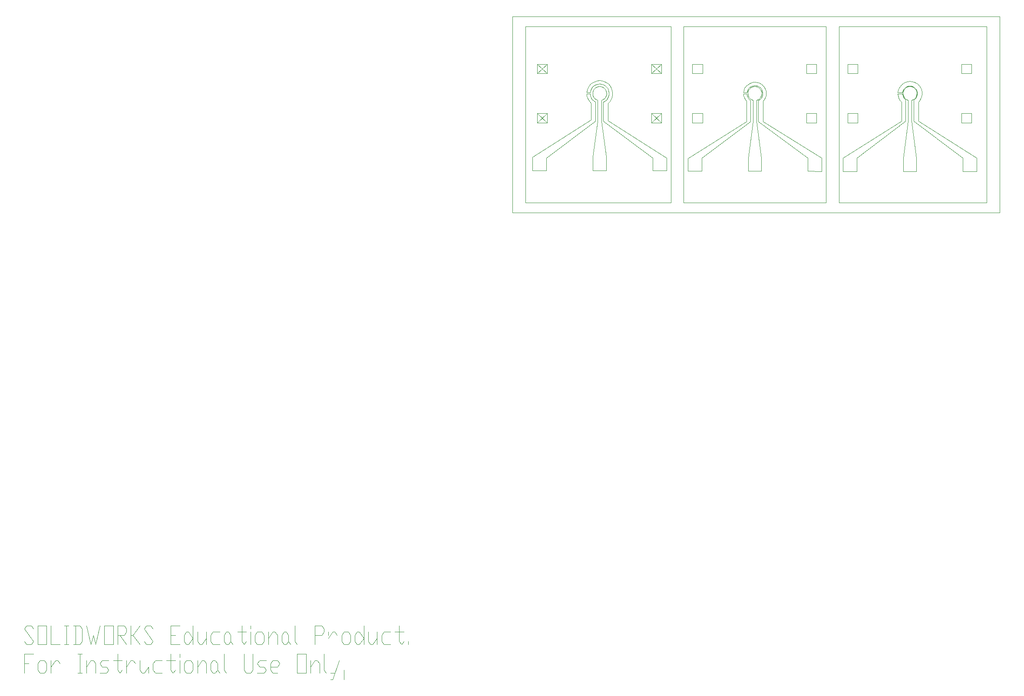
<source format=gbr>
G04 Created by reaConverter (www.reaconverter.com)*
%FSLAX24Y24*%
%MOIN*%
G75*
%ADD10C,0.0010*%
%ADD11C,0.0004*%
%LNEXPORT*%
D02*
%LPC*%
D10*
%LPD*%
D11*
X43302Y45188D02*
X43565D01*
X44150Y42937D02*
X43774Y40262D01*
X44150Y39177D02*
X44429D01*
X44150Y42937D02*
Y44597D01*
X43300Y45095D02*
X43561D01*
X44429Y42937D02*
Y44597D01*
X43965Y44440D02*
Y44176D01*
X44572Y44440D02*
Y44162D01*
X43774Y40262D02*
Y39177D01*
X44790D01*
Y40262D01*
X44429Y42937D01*
X61680Y36726D02*
Y50236D01*
X43965Y44459D02*
Y44440D01*
X43647Y44358D02*
Y43075D01*
X39151Y40219D01*
Y39177D01*
X40209D01*
Y40162D01*
X43965Y42973D01*
Y44176D01*
X44572Y44162D02*
Y42973D01*
X48369Y40162D01*
Y39177D01*
X49429D01*
Y40162D01*
X44931Y43015D01*
Y44358D01*
X56198Y39136D02*
X56708D01*
X55329Y45188D02*
X55593D01*
X56059Y39136D02*
X56338D01*
X56059Y42937D02*
Y44250D01*
X56198Y39136D02*
X55690D01*
X56338Y42937D02*
Y44250D01*
X55690Y39136D02*
Y40162D01*
X56708Y39136D02*
Y40162D01*
X55326Y45095D02*
X55587D01*
X51415Y47355D02*
X52193D01*
X60270Y39136D02*
Y40162D01*
Y39136D02*
X61327Y39120D01*
Y40162D01*
X56708D02*
X56338Y42937D01*
X55690Y40162D02*
X56059Y42937D01*
X52127Y39136D02*
Y40162D01*
X56477Y42937D02*
X60270Y40162D01*
X52127Y39136D02*
X51068D01*
X61327Y40162D02*
X56836Y42937D01*
Y44515D01*
X56477Y42937D02*
Y44284D01*
X51068Y39136D02*
Y40118D01*
X56059Y44250D02*
Y44597D01*
X55876Y42937D02*
X52127Y40162D01*
X55876Y42937D02*
Y44301D01*
X51068Y40118D02*
X55558Y42937D01*
Y44519D01*
X56338Y44250D02*
Y44597D01*
X55876Y44301D02*
Y44593D01*
X56477Y44284D02*
Y44568D01*
X67179Y45188D02*
X67541D01*
X67968Y39120D02*
X68248D01*
X67968Y42973D02*
Y44597D01*
X68394Y44225D02*
Y44615D01*
X68248Y42973D02*
Y44597D01*
X67784Y42973D02*
Y44640D01*
X72187Y39120D02*
X73244D01*
X67176Y45095D02*
X67536D01*
X67466Y42973D02*
Y44436D01*
X39505Y46665D02*
X40283D01*
X68754Y42973D02*
Y44440D01*
X68394Y42973D02*
Y44225D01*
X68108Y39120D02*
X68615D01*
X68108D02*
X67601D01*
Y40162D01*
X68615Y39120D02*
Y40162D01*
X68248Y42973D01*
X67601Y40162D02*
X67968Y42973D01*
X64033Y39120D02*
X62972D01*
Y40162D01*
X64033Y39120D02*
Y40162D01*
X67784Y42973D01*
X62972Y40162D02*
X67466Y42973D01*
X73244Y39120D02*
Y40162D01*
X39505Y46665D02*
Y47355D01*
X72187Y40162D02*
Y39120D01*
Y40162D02*
X68394Y42973D01*
X68754D02*
X73244Y40162D01*
X39505Y47355D02*
X40283D01*
Y46665D02*
Y47355D01*
X39505Y46665D02*
X40283Y47355D01*
X39505D02*
X40283Y46665D01*
X39505Y42863D02*
X40283D01*
X39505D02*
Y43584D01*
X40283D01*
Y42863D02*
Y43584D01*
X39505Y42863D02*
X40283Y43584D01*
X39505D02*
X40283Y42863D01*
X48265Y46665D02*
X49029D01*
X48265D02*
Y47355D01*
X49029D01*
Y46665D02*
Y47355D01*
X48265Y46665D02*
X49029Y47355D01*
X48265D02*
X49029Y46665D01*
X48265Y43584D02*
X49029D01*
X48265D02*
Y42863D01*
X49029D01*
Y43584D02*
Y42863D01*
X48265Y43584D02*
X49029Y42863D01*
X48265D02*
X49029Y43584D01*
X52193Y46665D02*
Y47355D01*
X51415Y46665D02*
X52193D01*
X51415D02*
Y47355D01*
Y43584D02*
X52193D01*
X51415Y42863D02*
Y43584D01*
X52193Y42863D02*
Y43584D01*
X51415Y42863D02*
X52193D01*
X60175Y47355D02*
X60937D01*
X60175Y46665D02*
Y47355D01*
X60937Y46665D02*
Y47355D01*
X60175Y46665D02*
X60937D01*
X60175Y43584D02*
X60937D01*
X60175D02*
Y42863D01*
X60937Y43584D02*
Y42863D01*
X60175D02*
X60937D01*
X63325Y47355D02*
X64101D01*
Y46665D02*
Y47355D01*
X63325Y46665D02*
X64101D01*
X63325D02*
Y47355D01*
Y43584D02*
X64101D01*
X63325Y42863D02*
Y43584D01*
X64101Y42863D02*
Y43584D01*
X63325Y42863D02*
X64101D01*
X72084Y47355D02*
X72847D01*
X72084Y46665D02*
Y47355D01*
X72847Y46665D02*
Y47355D01*
X72084Y46665D02*
X72847D01*
X72084Y43584D02*
X72847D01*
X72084D02*
Y42863D01*
X72847Y43584D02*
Y42863D01*
X72084D02*
X72847D01*
X62658Y36726D02*
X74018D01*
X38597D02*
X49772D01*
X38597D02*
Y50236D01*
X49772D01*
X74018Y36726D02*
Y50236D01*
X49772Y36726D02*
Y50236D01*
X50748Y36726D02*
X61680D01*
X37619Y51018D02*
X74994D01*
X37619D02*
Y35945D01*
X74994D01*
Y51018D02*
Y35945D01*
X50748Y36726D02*
Y50236D01*
X62658Y36726D02*
Y50236D01*
X50748D02*
X61680D01*
X62658D02*
X74018D01*
X44429Y44597D02*
X44552Y44648D01*
X44659Y44727D01*
X44743Y44830D01*
X44798Y44951D01*
X44822Y45083D01*
X44812Y45215D01*
X44770Y45341D01*
X44699Y45454D01*
X44601Y45544D01*
X44484Y45608D01*
X44356Y45641D01*
X44223D01*
X44094Y45608D01*
X43977Y45544D01*
X43880Y45454D01*
X43808Y45341D01*
X43766Y45215D01*
X43756Y45083D01*
X43781Y44951D01*
X43836Y44830D01*
X43920Y44727D01*
X44026Y44648D01*
X44150Y44597D01*
X56338Y44597D02*
X56462Y44648D01*
X56569Y44727D01*
X56652Y44831D01*
X56708Y44952D01*
X56731Y45083D01*
X56722Y45215D01*
X56680Y45341D01*
X56608Y45454D01*
X56511Y45544D01*
X56394Y45608D01*
X56265Y45641D01*
X56133D01*
X56004Y45608D01*
X55887Y45544D01*
X55790Y45454D01*
X55718Y45341D01*
X55676Y45215D01*
X55666Y45083D01*
X55690Y44952D01*
X55745Y44831D01*
X55829Y44727D01*
X55936Y44648D01*
X56059Y44597D01*
X68248Y44597D02*
X68372Y44648D01*
X68479Y44727D01*
X68562Y44831D01*
X68616Y44952D01*
X68641Y45083D01*
X68631Y45216D01*
X68590Y45341D01*
X68518Y45454D01*
X68420Y45544D01*
X68304Y45608D01*
X68174Y45641D01*
X68041D01*
X67913Y45608D01*
X67797Y45544D01*
X67698Y45454D01*
X67627Y45341D01*
X67586Y45216D01*
X67576Y45083D01*
X67600Y44952D01*
X67655Y44831D01*
X67738Y44727D01*
X67844Y44648D01*
X67968Y44597D01*
X44572Y44440D02*
X44706Y44513D01*
X44822Y44615D01*
X44913Y44737D01*
X44979Y44876D01*
X45013Y45024D01*
X45015Y45177D01*
X44986Y45327D01*
X44924Y45469D01*
X44837Y45593D01*
X44723Y45697D01*
X44591Y45774D01*
X44447Y45823D01*
X44294Y45840D01*
X44143Y45826D01*
X43997Y45779D01*
X43863Y45702D01*
X43750Y45601D01*
X43659Y45477D01*
X43597Y45337D01*
X43565Y45188D01*
X55587Y45095D02*
X55602Y44976D01*
X55641Y44861D01*
X55701Y44756D01*
X55780Y44666D01*
X55876Y44593D01*
X67536Y45095D02*
X67555Y44962D01*
X67605Y44837D01*
X67683Y44729D01*
X67784Y44640D01*
X55326Y45095D02*
X55343Y44937D01*
X55388Y44786D01*
X55461Y44645D01*
X55558Y44519D01*
X43300Y45095D02*
X43316Y44929D01*
X43361Y44766D01*
X43433Y44615D01*
X43529Y44477D01*
X43647Y44358D01*
X43561Y45095D02*
X43581Y44938D01*
X43636Y44790D01*
X43720Y44656D01*
X43831Y44545D01*
X43965Y44459D01*
X44931Y44358D02*
X45061Y44490D01*
X45163Y44644D01*
X45234Y44815D01*
X45273Y44997D01*
X45277Y45181D01*
X45247Y45363D01*
X45184Y45538D01*
X45088Y45697D01*
X44966Y45836D01*
X44819Y45948D01*
X44655Y46033D01*
X44477Y46084D01*
X44293Y46102D01*
X44108Y46086D01*
X43930Y46034D01*
X43765Y45952D01*
X43618Y45840D01*
X43494Y45702D01*
X43398Y45544D01*
X43333Y45370D01*
X43302Y45188D01*
X56836Y44515D02*
X56937Y44647D01*
X57012Y44794D01*
X57058Y44954D01*
X57072Y45119D01*
X57055Y45284D01*
X57006Y45444D01*
X56929Y45590D01*
X56826Y45720D01*
X56699Y45827D01*
X56555Y45909D01*
X56397Y45962D01*
X56233Y45984D01*
X56068Y45974D01*
X55906Y45934D01*
X55756Y45865D01*
X55622Y45766D01*
X55508Y45645D01*
X55419Y45505D01*
X55359Y45351D01*
X55329Y45188D01*
X56477Y44568D02*
X56594Y44645D01*
X56690Y44747D01*
X56759Y44868D01*
X56799Y45001D01*
X56809Y45140D01*
X56787Y45277D01*
X56734Y45406D01*
X56654Y45520D01*
X56550Y45612D01*
X56427Y45679D01*
X56293Y45716D01*
X56154Y45722D01*
X56016Y45695D01*
X55888Y45638D01*
X55777Y45555D01*
X55688Y45448D01*
X55625Y45323D01*
X55593Y45188D01*
X67176Y45095D02*
X67191Y44948D01*
X67229Y44805D01*
X67287Y44670D01*
X67368Y44545D01*
X67466Y44436D01*
X68394Y44615D02*
X68502Y44697D01*
X68590Y44802D01*
X68649Y44924D01*
X68677Y45058D01*
X68674Y45194D01*
X68638Y45326D01*
X68573Y45445D01*
X68481Y45545D01*
X68368Y45622D01*
X68240Y45669D01*
X68105Y45684D01*
X67970Y45668D01*
X67843Y45619D01*
X67730Y45541D01*
X67640Y45440D01*
X67575Y45320D01*
X67541Y45188D01*
X68754Y44440D02*
X68866Y44570D01*
X68952Y44718D01*
X69011Y44879D01*
X69037Y45048D01*
X69034Y45219D01*
X68998Y45387D01*
X68933Y45545D01*
X68840Y45688D01*
X68722Y45812D01*
X68583Y45913D01*
X68429Y45987D01*
X68263Y46030D01*
X68093Y46044D01*
X67922Y46025D01*
X67758Y45976D01*
X67606Y45897D01*
X67470Y45791D01*
X67358Y45663D01*
X67269Y45516D01*
X67209Y45356D01*
X67179Y45188D01*
X43647Y44358D02*
X68108Y42116D02*
X44280Y41887D02*
X44931Y44358D02*
X43965Y44459D02*
Y44176D02*
X44572Y44440D02*
Y44162D02*
X43302Y45188D02*
X43565D02*
X43300Y45095D02*
X43561D02*
X56190Y42123D02*
X39894Y47009D02*
Y43225D02*
X48647Y47009D02*
Y43225D02*
X56190Y43593D02*
X144Y3012D02*
X313Y2769D01*
X654D01*
X825Y3012D01*
X144Y3984D01*
X313Y4229D01*
X654D01*
X825Y3984D01*
X1165Y2769D02*
Y4229D01*
X1847D01*
Y2769D01*
X1165D01*
X2187Y4229D02*
Y2769D01*
X2868D01*
X3208Y4229D02*
X3548D01*
X3379D02*
Y2769D01*
X3208D02*
X3548D01*
X3890Y2769D02*
X4400D01*
X4570Y3012D01*
Y3984D01*
X4400Y4229D01*
X3890D01*
X4059Y4229D02*
Y2769D01*
X4911Y4229D02*
X5251Y2769D01*
X5422Y3498D01*
X5591Y2769D01*
X5933Y4229D01*
X6273Y2769D02*
Y4229D01*
X6954D01*
Y2769D01*
X6273D01*
X7294Y2769D02*
Y4229D01*
X7805D01*
X7976Y3984D01*
Y3741D01*
X7805Y3498D01*
X7294D01*
X7465Y3498D02*
X7976Y2769D01*
X8316D02*
Y4229D01*
X8997Y4229D02*
X8486Y3498D01*
X8316D01*
X8486Y3498D02*
X8997Y2769D01*
X9337Y3012D02*
X9508Y2769D01*
X9848D01*
X10019Y3012D01*
X9337Y3984D01*
X9508Y4229D01*
X9848D01*
X10019Y3984D01*
X11380Y2769D02*
Y4229D01*
X12062D01*
X11380Y3498D02*
X11722D01*
X11380Y2769D02*
X12062D01*
X13083Y3255D02*
X12743Y2769D01*
X12573D01*
X12402Y3012D01*
Y3498D01*
X12573Y3741D01*
X12743D01*
X13083Y3255D01*
X13083Y4229D02*
Y2769D01*
X13425Y3741D02*
Y3012D01*
X13594Y2769D01*
X13765D01*
X14105Y3255D01*
X14105Y3741D02*
Y2769D01*
X15126Y3741D02*
X14616D01*
X14445Y3498D01*
Y3012D01*
X14616Y2769D01*
X15126D01*
X15808Y2769D02*
X15637D01*
X15468Y3012D01*
Y3498D01*
X15637Y3741D01*
X15808D01*
X15977Y3498D01*
Y3012D01*
X15808Y2769D01*
X15977Y3012D02*
X16148Y2769D01*
X16488Y3741D02*
X17169D01*
X16829Y4229D02*
Y3012D01*
X17000Y2769D01*
X17169Y3012D01*
X17511Y2769D02*
Y3741D01*
Y3984D02*
Y4229D01*
X18362Y2769D02*
X18020D01*
X17851Y3012D01*
Y3498D01*
X18020Y3741D01*
X18362D01*
X18531Y3498D01*
Y3012D01*
X18362Y2769D01*
X18872Y2769D02*
Y3741D01*
X18872Y3255D02*
X19213Y3741D01*
X19383D01*
X19554Y3498D01*
Y2769D01*
X20234Y2769D02*
X20063D01*
X19894Y3012D01*
Y3498D01*
X20063Y3741D01*
X20234D01*
X20405Y3498D01*
Y3012D01*
X20234Y2769D01*
X20405Y3012D02*
X20574Y2769D01*
X20915Y4229D02*
Y3012D01*
X21086Y2769D01*
X22448Y2769D02*
Y4229D01*
X22958D01*
X23129Y3984D01*
Y3741D01*
X22958Y3498D01*
X22448D01*
X23469D02*
Y3741D01*
X23469Y3255D02*
X23809Y3741D01*
X23980D01*
X24151Y3498D01*
X25002Y2769D02*
X24661D01*
X24491Y3012D01*
Y3498D01*
X24661Y3741D01*
X25002D01*
X25172Y3498D01*
Y3012D01*
X25002Y2769D01*
X26194Y3255D02*
X25852Y2769D01*
X25683D01*
X25512Y3012D01*
Y3498D01*
X25683Y3741D01*
X25852D01*
X26194Y3255D01*
X26194Y4229D02*
Y2769D01*
X26534Y3741D02*
Y3012D01*
X26704Y2769D01*
X26875D01*
X27215Y3255D01*
X27215Y3741D02*
Y2769D01*
X28237Y3741D02*
X27726D01*
X27555Y3498D01*
Y3012D01*
X27726Y2769D01*
X28237D01*
X28577Y3741D02*
X29258D01*
X28918Y4229D02*
Y3012D01*
X29088Y2769D01*
X29258Y3012D01*
X29598Y2769D02*
Y3012D01*
X144Y580D02*
Y2038D01*
X825D01*
X144Y1309D02*
X484D01*
X1676Y580D02*
X1336D01*
X1165Y823D01*
Y1309D01*
X1336Y1552D01*
X1676D01*
X1847Y1309D01*
Y823D01*
X1676Y580D01*
X2187Y580D02*
Y1552D01*
X2187Y1066D02*
X2527Y1552D01*
X2697D01*
X2868Y1309D01*
X4230Y2038D02*
X4570D01*
X4400D02*
Y580D01*
X4230D02*
X4570D01*
X4911D02*
Y1552D01*
X4911Y1066D02*
X5251Y1552D01*
X5422D01*
X5591Y1309D01*
Y580D01*
X5933Y580D02*
X6443D01*
X6613Y823D01*
X6443Y1066D01*
X6102D01*
X5933Y1309D01*
X6102Y1552D01*
X6613D01*
X6954D02*
X7636D01*
X7294Y2038D02*
Y823D01*
X7465Y580D01*
X7636Y823D01*
X7976Y580D02*
Y1552D01*
X7976Y1066D02*
X8316Y1552D01*
X8486D01*
X8656Y1309D01*
X8997Y1552D02*
Y823D01*
X9168Y580D01*
X9337D01*
X9679Y1066D01*
X9679D02*
Y580D01*
X10700Y1552D02*
X10188D01*
X10019Y1309D01*
Y823D01*
X10188Y580D01*
X10700D01*
X11040Y1552D02*
X11722D01*
X11380Y2038D02*
Y823D01*
X11551Y580D01*
X11722Y823D01*
X12062Y580D02*
Y1552D01*
Y1795D02*
Y2038D01*
X12913Y580D02*
X12573D01*
X12402Y823D01*
Y1309D01*
X12573Y1552D01*
X12913D01*
X13083Y1309D01*
Y823D01*
X12913Y580D01*
X13425Y580D02*
Y1552D01*
X13425Y1066D02*
X13765Y1552D01*
X13934D01*
X14105Y1309D01*
Y580D01*
X14786Y580D02*
X14616D01*
X14445Y823D01*
Y1309D01*
X14616Y1552D01*
X14786D01*
X14956Y1309D01*
Y823D01*
X14786Y580D01*
X14956Y823D02*
X15126Y580D01*
X15468Y2038D02*
Y823D01*
X15637Y580D01*
X17000Y2038D02*
Y823D01*
X17169Y580D01*
X17511D01*
X17680Y823D01*
Y2038D01*
X18020Y580D02*
X18531D01*
X18702Y823D01*
X18531Y1066D01*
X18191D01*
X18020Y1309D01*
X18191Y1552D01*
X18702D01*
X19043Y1066D02*
X19554D01*
X19723Y1309D01*
X19554Y1552D01*
X19213D01*
X19043Y1309D01*
Y823D01*
X19213Y580D01*
X19554D01*
X21086Y580D02*
Y2038D01*
X21766D01*
Y580D01*
X21086D01*
X22108D02*
Y1552D01*
X22108Y1066D02*
X22448Y1552D01*
X22618D01*
X22788Y1309D01*
Y580D01*
X23129Y2038D02*
Y823D01*
X23299Y580D01*
X23640D02*
X23980Y580D01*
X24320Y1552D02*
X23809Y93D01*
X23640D01*
X24661D02*
Y823D01*
D02*
M02*

</source>
